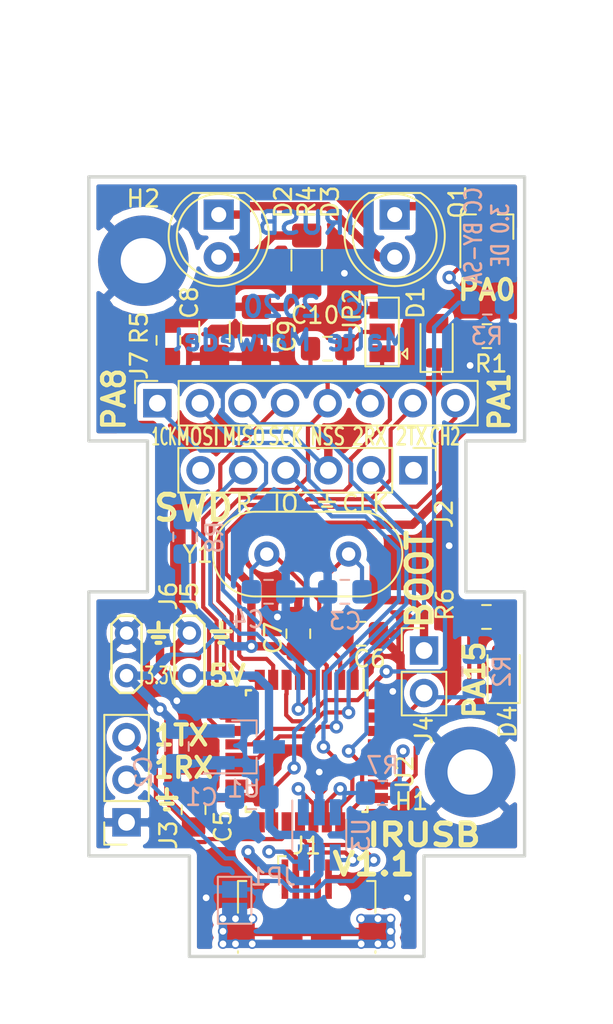
<source format=kicad_pcb>
(kicad_pcb (version 20171130) (host pcbnew 5.1.9+dfsg1-1)
  (title_block (title IRUSB) (date 2021-12-05) (rev 1.1.2) (company "(c) 2020 by Malte Marwedel") (comment 2 "License: CC-BY-SA 3.0 DE"))
  (layers (0 F.Cu signal) (31 B.Cu signal) (34 B.Paste user) (35 F.Paste user) (36 B.SilkS user) (37 F.SilkS user) (38 B.Mask user) (39 F.Mask user hide) (44 Edge.Cuts user))
  (net 0 "")
  (net 1 "Net-(R7-Pad1)")
  (net 2 "Net-(J1-Pad3)")
  (net 3 +3V3)
  (net 4 "Net-(J2-Pad5)")
  (net 5 "Net-(D1-Pad2)")
  (net 6 GND)
  (net 7 "Net-(J4-Pad2)")
  (net 8 "Net-(D2-Pad2)")
  (net 9 +5V)
  (net 10 "Net-(R6-Pad1)")
  (net 11 "Net-(D2-Pad1)")
  (net 12 "Net-(C3-Pad1)")
  (net 13 "Net-(C4-Pad1)")
  (net 14 /SPI1_NSS)
  (net 15 /SPI1_SCK)
  (net 16 /SPI1_MISO)
  (net 17 /SPI1_MOSI)
  (net 18 "Net-(U2-Pad15)")
  (net 19 "Net-(J1-Pad2)")
  (net 20 /SWDIO)
  (net 21 /SWCLK)
  (net 22 "Net-(U2-Pad27)")
  (net 23 "Net-(U2-Pad28)")
  (net 24 "Net-(U2-Pad29)")
  (net 25 "Net-(U2-Pad30)")
  (net 26 "Net-(J1-Pad6)")
  (net 27 "Net-(J1-Pad4)")
  (net 28 "Net-(J2-Pad1)")
  (net 29 "Net-(J2-Pad6)")
  (net 30 "Net-(C8-Pad1)")
  (net 31 "Net-(D4-Pad2)")
  (net 32 "Net-(D3-Pad1)")
  (net 33 /TIM2_CH1)
  (net 34 /TIM2_CH2)
  (net 35 /USART2_TX)
  (net 36 /USART2_RX)
  (net 37 /USART1_CK)
  (net 38 /USART1_TX)
  (net 39 /USART1_RX)
  (net 40 "Net-(U2-Pad14)")
  (net 41 "Net-(C10-Pad2)")
  (net 42 /USB_DP)
  (net 43 /USB_DM)
  (module Package_TO_SOT_SMD:SOT-23_Handsoldering (layer B.Cu) (at 146.25 89)
    (fp_text reference U1 (at 0 2.5) (layer B.SilkS) (effects (justify mirror)))
    (fp_text value MCP1754S-3302E_SOT23)
    (pad 1 smd rect (at -1.5 0.95) (size 1.9 0.8) (layers B.Cu B.Paste B.Mask) (net 6 GND))
    (pad 2 smd rect (at -1.5 -0.95) (size 1.9 0.8) (layers B.Cu B.Paste B.Mask) (net 3 +3V3))
    (pad 3 smd rect (at 1.5 0) (size 1.9 0.8) (layers B.Cu B.Paste B.Mask) (net 9 +5V))
  )
  (module MountingHole:MountingHole_2.7mm_M2.5_Pad (layer F.Cu) (at 140.25 60)
    (fp_text reference H2 (at 0 -3.7) (layer F.SilkS))
    (fp_text value MountingHole_Pad)
    (pad 1 thru_hole circle (at 0 0) (size 5.4 5.4) (drill 2.7) (layers *.Cu *.Mask) (net 6 GND))
  )
  (module MountingHole:MountingHole_2.7mm_M2.5_Pad (layer F.Cu) (at 159.75 90.5)
    (fp_text reference H1 (at -3.5 1.75) (layer F.SilkS))
    (fp_text value MountingHole_Pad)
    (pad 1 thru_hole circle (at 0 0) (size 5.4 5.4) (drill 2.7) (layers *.Cu *.Mask) (net 6 GND))
  )
  (module MalteM:USB_Micro-B_Amtek-MIUSB-F5M-BBX-U_Handsolder (layer F.Cu) (at 150 100)
    (fp_text reference J1 (at 0 -5.1) (layer F.SilkS))
    (fp_text value USB_B_Micro)
    (pad 6 smd rect (at 1.15 0.04) (size 1.8 1.9) (layers F.Cu F.Paste F.Mask) (net 26 "Net-(J1-Pad6)"))
    (pad "" np_thru_hole circle (at -1.9 -2.11) (size 0.8 0.8) (drill 0.8) (layers *.Cu *.Mask))
    (pad 2 smd rect (at -0.65 -3.11) (size 0.4 2.35) (layers F.Cu F.Paste F.Mask) (net 19 "Net-(J1-Pad2)"))
    (pad 1 smd rect (at -1.3 -3.11) (size 0.4 2.35) (layers F.Cu F.Paste F.Mask) (net 9 +5V))
    (pad 5 smd rect (at 1.3 -3.11) (size 0.4 2.35) (layers F.Cu F.Paste F.Mask) (net 6 GND))
    (pad 4 smd rect (at 0.65 -3.11) (size 0.4 2.35) (layers F.Cu F.Paste F.Mask) (net 27 "Net-(J1-Pad4)"))
    (pad 3 smd rect (at 0 -3.11) (size 0.4 2.35) (layers F.Cu F.Paste F.Mask) (net 2 "Net-(J1-Pad3)"))
    (pad "" np_thru_hole circle (at 1.9 -2.11) (size 0.8 0.8) (drill 0.8) (layers *.Cu *.Mask))
    (pad 6 smd rect (at -1.15 0.04) (size 1.8 1.9) (layers F.Cu F.Paste F.Mask) (net 26 "Net-(J1-Pad6)"))
    (pad 6 smd rect (at 4 0.04) (size 1.8 1.9) (layers F.Cu F.Mask) (net 26 "Net-(J1-Pad6)"))
    (pad 6 smd rect (at -4 0.04) (size 1.8 1.9) (layers F.Cu F.Mask) (net 26 "Net-(J1-Pad6)"))
  )
  (module Package_TO_SOT_SMD:SOT-23-6_Handsoldering (layer B.Cu) (at 150.75 94.25 270)
    (fp_text reference U3 (at 0 -2.5 270) (layer B.SilkS) (effects (justify mirror)))
    (fp_text value USBLC6-2SC6)
    (pad 1 smd rect (at -1.35 0.95 270) (size 1.56 0.65) (layers B.Cu B.Paste B.Mask) (net 43 /USB_DM))
    (pad 2 smd rect (at -1.35 0 270) (size 1.56 0.65) (layers B.Cu B.Paste B.Mask) (net 6 GND))
    (pad 3 smd rect (at -1.35 -0.95 270) (size 1.56 0.65) (layers B.Cu B.Paste B.Mask) (net 42 /USB_DP))
    (pad 4 smd rect (at 1.35 -0.95 270) (size 1.56 0.65) (layers B.Cu B.Paste B.Mask) (net 2 "Net-(J1-Pad3)"))
    (pad 6 smd rect (at 1.35 0.95 270) (size 1.56 0.65) (layers B.Cu B.Paste B.Mask) (net 19 "Net-(J1-Pad2)"))
    (pad 5 smd rect (at 1.35 0 270) (size 1.56 0.65) (layers B.Cu B.Paste B.Mask) (net 9 +5V))
  )
  (module Connector_PinHeader_2.54mm:PinHeader_1x02_P2.54mm_Vertical (layer F.Cu) (at 157 83.25)
    (fp_text reference J4 (at 0 4.75 90) (layer F.SilkS))
    (fp_text value Conn_01x02_Male)
    (pad 1 thru_hole rect (at 0 0) (size 1.7 1.7) (drill 1) (layers *.Cu *.Mask) (net 3 +3V3))
    (pad 2 thru_hole oval (at 0 2.54) (size 1.7 1.7) (drill 1) (layers *.Cu *.Mask) (net 7 "Net-(J4-Pad2)"))
  )
  (module TestPoint:TestPoint_2Pads_Pitch2.54mm_Drill0.8mm (layer F.Cu) (at 143 84.75 90)
    (fp_text reference J5 (at 4.75 0 90) (layer F.SilkS))
    (fp_text value Conn_01x02_Male)
    (pad 1 thru_hole circle (at 0 0 90) (size 1.4 1.4) (drill 0.8) (layers *.Cu *.Mask) (net 9 +5V))
    (pad 2 thru_hole circle (at 2.54 0 90) (size 1.4 1.4) (drill 0.8) (layers *.Cu *.Mask) (net 6 GND))
  )
  (module Connector_PinSocket_2.54mm:PinSocket_1x03_P2.54mm_Vertical (layer F.Cu) (at 139.25 93.5 180)
    (fp_text reference J3 (at -2.5 -0.75 270) (layer F.SilkS))
    (fp_text value Conn_01x03_Male)
    (pad 1 thru_hole rect (at 0 0 180) (size 1.7 1.7) (drill 1) (layers *.Cu *.Mask) (net 6 GND))
    (pad 2 thru_hole oval (at 0 2.54 180) (size 1.7 1.7) (drill 1) (layers *.Cu *.Mask) (net 39 /USART1_RX))
    (pad 3 thru_hole oval (at 0 5.08 180) (size 1.7 1.7) (drill 1) (layers *.Cu *.Mask) (net 38 /USART1_TX))
  )
  (module Connector_PinSocket_2.54mm:PinSocket_1x08_P2.54mm_Vertical (layer F.Cu) (at 141.09 68.5 90)
    (fp_text reference J7 (at 2.25 -1.09 90) (layer F.SilkS))
    (fp_text value Conn_01x08_Male)
    (pad 1 thru_hole rect (at 0 0 90) (size 1.7 1.7) (drill 1) (layers *.Cu *.Mask) (net 37 /USART1_CK))
    (pad 2 thru_hole oval (at 0 2.54 90) (size 1.7 1.7) (drill 1) (layers *.Cu *.Mask) (net 17 /SPI1_MOSI))
    (pad 3 thru_hole oval (at 0 5.08 90) (size 1.7 1.7) (drill 1) (layers *.Cu *.Mask) (net 16 /SPI1_MISO))
    (pad 4 thru_hole oval (at 0 7.62 90) (size 1.7 1.7) (drill 1) (layers *.Cu *.Mask) (net 15 /SPI1_SCK))
    (pad 5 thru_hole oval (at 0 10.16 90) (size 1.7 1.7) (drill 1) (layers *.Cu *.Mask) (net 14 /SPI1_NSS))
    (pad 6 thru_hole oval (at 0 12.7 90) (size 1.7 1.7) (drill 1) (layers *.Cu *.Mask) (net 41 "Net-(C10-Pad2)"))
    (pad 7 thru_hole oval (at 0 15.24 90) (size 1.7 1.7) (drill 1) (layers *.Cu *.Mask) (net 35 /USART2_TX))
    (pad 8 thru_hole oval (at 0 17.78 90) (size 1.7 1.7) (drill 1) (layers *.Cu *.Mask) (net 34 /TIM2_CH2))
  )
  (module TestPoint:TestPoint_2Pads_Pitch2.54mm_Drill0.8mm (layer F.Cu) (at 139.25 84.75 90)
    (fp_text reference J6 (at 4.75 2.5 90) (layer F.SilkS))
    (fp_text value Conn_01x02_Male)
    (pad 1 thru_hole circle (at 0 0 90) (size 1.4 1.4) (drill 0.8) (layers *.Cu *.Mask) (net 3 +3V3))
    (pad 2 thru_hole circle (at 2.54 0 90) (size 1.4 1.4) (drill 0.8) (layers *.Cu *.Mask) (net 6 GND))
  )
  (module Jumper:SolderJumper-3_P1.3mm_Open_Pad1.0x1.5mm (layer F.Cu) (at 154.5 64.25 90)
    (fp_text reference JP2 (at 1.25 -1.8 90) (layer F.SilkS))
    (fp_text value SolderJumper_3_Open)
    (pad 3 smd rect (at 1.3 0 90) (size 1 1.5) (layers F.Cu F.Mask) (net 6 GND))
    (pad 2 smd rect (at 0 0 90) (size 1 1.5) (layers F.Cu F.Mask) (net 41 "Net-(C10-Pad2)"))
    (pad 1 smd rect (at -1.3 0 90) (size 1 1.5) (layers F.Cu F.Mask) (net 36 /USART2_RX))
  )
  (module Capacitor_SMD:C_0805_2012Metric_Pad1.15x1.40mm_HandSolder (layer F.Cu) (at 151.25 65.25)
    (fp_text reference C10 (at -0.75 -2 180) (layer F.SilkS))
    (fp_text value 4.7µF)
    (pad 1 smd roundrect (at -1.025 0) (size 1.15 1.4) (layers F.Cu F.Paste F.Mask) (roundrect_rratio 0.217391) (net 14 /SPI1_NSS))
    (pad 2 smd roundrect (at 1.025 0) (size 1.15 1.4) (layers F.Cu F.Paste F.Mask) (roundrect_rratio 0.217391) (net 41 "Net-(C10-Pad2)"))
  )
  (module Crystal:Crystal_HC49-U_Vertical (layer F.Cu) (at 152.5 77.5 180)
    (fp_text reference Y1 (at 9 0 180) (layer F.SilkS))
    (fp_text value 8MHz)
    (pad 1 thru_hole circle (at 0 0 180) (size 1.5 1.5) (drill 0.8) (layers *.Cu *.Mask) (net 12 "Net-(C3-Pad1)"))
    (pad 2 thru_hole circle (at 4.88 0 180) (size 1.5 1.5) (drill 0.8) (layers *.Cu *.Mask) (net 13 "Net-(C4-Pad1)"))
  )
  (module LED_SMD:LED_0805_2012Metric_Pad1.15x1.40mm_HandSolder (layer F.Cu) (at 161.75 84.525 90)
    (fp_text reference D4 (at -2.975 0.25 90) (layer F.SilkS))
    (fp_text value LED-red)
    (pad 1 smd roundrect (at -1.025 0 90) (size 1.15 1.4) (layers F.Cu F.Paste F.Mask) (roundrect_rratio 0.217391) (net 6 GND))
    (pad 2 smd roundrect (at 1.025 0 90) (size 1.15 1.4) (layers F.Cu F.Paste F.Mask) (roundrect_rratio 0.217391) (net 31 "Net-(D4-Pad2)"))
  )
  (module LED_THT:LED_D5.0mm_IRGrey (layer F.Cu) (at 155.25 57.25 270)
    (fp_text reference D3 (at -0.75 3.85 270) (layer F.SilkS))
    (fp_text value TSUS2540)
    (pad 1 thru_hole rect (at 0 0 270) (size 1.8 1.8) (drill 0.9) (layers *.Cu *.Mask) (net 32 "Net-(D3-Pad1)"))
    (pad 2 thru_hole circle (at 2.54 0 270) (size 1.8 1.8) (drill 0.9) (layers *.Cu *.Mask) (net 11 "Net-(D2-Pad1)"))
  )
  (module Resistor_SMD:R_1206_3216Metric_Pad1.42x1.75mm_HandSolder (layer F.Cu) (at 150 59.9875 90)
    (fp_text reference R4 (at 3.4875 0 90) (layer F.SilkS))
    (fp_text value 18Ω)
    (pad 1 smd roundrect (at -1.4875 0 90) (size 1.425 1.75) (layers F.Cu F.Paste F.Mask) (roundrect_rratio 0.175439) (net 30 "Net-(C8-Pad1)"))
    (pad 2 smd roundrect (at 1.4875 0 90) (size 1.425 1.75) (layers F.Cu F.Paste F.Mask) (roundrect_rratio 0.175439) (net 8 "Net-(D2-Pad2)"))
  )
  (module Capacitor_SMD:C_0805_2012Metric_Pad1.15x1.40mm_HandSolder (layer B.Cu) (at 142.25 88.975 270)
    (fp_text reference C2 (at 1.525 2 270) (layer B.SilkS) (effects (justify mirror)))
    (fp_text value 10µF)
    (pad 1 smd roundrect (at -1.025 0 270) (size 1.15 1.4) (layers B.Cu B.Paste B.Mask) (roundrect_rratio 0.217391) (net 3 +3V3))
    (pad 2 smd roundrect (at 1.025 0 270) (size 1.15 1.4) (layers B.Cu B.Paste B.Mask) (roundrect_rratio 0.217391) (net 6 GND))
  )
  (module Capacitor_SMD:C_0805_2012Metric_Pad1.15x1.40mm_HandSolder (layer B.Cu) (at 152.275 79.75 180)
    (fp_text reference C3 (at -0.025 -1.75 180) (layer B.SilkS) (effects (justify mirror)))
    (fp_text value 22pF)
    (pad 1 smd roundrect (at -1.025 0 180) (size 1.15 1.4) (layers B.Cu B.Paste B.Mask) (roundrect_rratio 0.217391) (net 12 "Net-(C3-Pad1)"))
    (pad 2 smd roundrect (at 1.025 0 180) (size 1.15 1.4) (layers B.Cu B.Paste B.Mask) (roundrect_rratio 0.217391) (net 6 GND))
  )
  (module Capacitor_SMD:C_0805_2012Metric_Pad1.15x1.40mm_HandSolder (layer B.Cu) (at 147.725 79.75)
    (fp_text reference C4 (at -1.225 1.65) (layer B.SilkS) (effects (justify mirror)))
    (fp_text value 22pF)
    (pad 2 smd roundrect (at 1.025 0) (size 1.15 1.4) (layers B.Cu B.Paste B.Mask) (roundrect_rratio 0.217391) (net 6 GND))
    (pad 1 smd roundrect (at -1.025 0) (size 1.15 1.4) (layers B.Cu B.Paste B.Mask) (roundrect_rratio 0.217391) (net 13 "Net-(C4-Pad1)"))
  )
  (module Capacitor_SMD:C_0805_2012Metric_Pad1.15x1.40mm_HandSolder (layer F.Cu) (at 143.25 92.75 270)
    (fp_text reference C5 (at 1 -1.75 270) (layer F.SilkS))
    (fp_text value 100nF)
    (pad 2 smd roundrect (at 1.025 0 270) (size 1.15 1.4) (layers F.Cu F.Paste F.Mask) (roundrect_rratio 0.217391) (net 3 +3V3))
    (pad 1 smd roundrect (at -1.025 0 270) (size 1.15 1.4) (layers F.Cu F.Paste F.Mask) (roundrect_rratio 0.217391) (net 6 GND))
  )
  (module Capacitor_SMD:C_0805_2012Metric_Pad1.15x1.40mm_HandSolder (layer F.Cu) (at 153.25 82.25 180)
    (fp_text reference C6 (at -0.5 -1.5 180) (layer F.SilkS))
    (fp_text value 100nF)
    (pad 1 smd roundrect (at -1.025 0 180) (size 1.15 1.4) (layers F.Cu F.Paste F.Mask) (roundrect_rratio 0.217391) (net 6 GND))
    (pad 2 smd roundrect (at 1.025 0 180) (size 1.15 1.4) (layers F.Cu F.Paste F.Mask) (roundrect_rratio 0.217391) (net 3 +3V3))
  )
  (module Capacitor_SMD:C_0805_2012Metric_Pad1.15x1.40mm_HandSolder (layer F.Cu) (at 149.5 82.25 270)
    (fp_text reference C7 (at 0.25 1.5 270) (layer F.SilkS))
    (fp_text value 100nF)
    (pad 2 smd roundrect (at 1.025 0 270) (size 1.15 1.4) (layers F.Cu F.Paste F.Mask) (roundrect_rratio 0.217391) (net 3 +3V3))
    (pad 1 smd roundrect (at -1.025 0 270) (size 1.15 1.4) (layers F.Cu F.Paste F.Mask) (roundrect_rratio 0.217391) (net 6 GND))
  )
  (module Capacitor_SMD:C_0805_2012Metric_Pad1.15x1.40mm_HandSolder (layer B.Cu) (at 146.725 92 180)
    (fp_text reference C1 (at 3 0 180) (layer B.SilkS) (effects (justify mirror)))
    (fp_text value 10µF)
    (pad 1 smd roundrect (at -1.025 0 180) (size 1.15 1.4) (layers B.Cu B.Paste B.Mask) (roundrect_rratio 0.217391) (net 9 +5V))
    (pad 2 smd roundrect (at 1.025 0 180) (size 1.15 1.4) (layers B.Cu B.Paste B.Mask) (roundrect_rratio 0.217391) (net 6 GND))
  )
  (module Capacitor_SMD:C_1206_3216Metric_Pad1.42x1.75mm_HandSolder (layer F.Cu) (at 144.5 64.2375 270)
    (fp_text reference C8 (at -1.7375 1.5 90) (layer F.SilkS))
    (fp_text value 22µF)
    (pad 1 smd roundrect (at -1.4875 0 270) (size 1.425 1.75) (layers F.Cu F.Paste F.Mask) (roundrect_rratio 0.175439) (net 30 "Net-(C8-Pad1)"))
    (pad 2 smd roundrect (at 1.4875 0 270) (size 1.425 1.75) (layers F.Cu F.Paste F.Mask) (roundrect_rratio 0.175439) (net 6 GND))
  )
  (module Capacitor_SMD:C_1206_3216Metric_Pad1.42x1.75mm_HandSolder (layer F.Cu) (at 147 64.25 270)
    (fp_text reference C9 (at 0.25 -1.82 270) (layer F.SilkS))
    (fp_text value 22µF)
    (pad 2 smd roundrect (at 1.4875 0 270) (size 1.425 1.75) (layers F.Cu F.Paste F.Mask) (roundrect_rratio 0.175439) (net 6 GND))
    (pad 1 smd roundrect (at -1.4875 0 270) (size 1.425 1.75) (layers F.Cu F.Paste F.Mask) (roundrect_rratio 0.175439) (net 30 "Net-(C8-Pad1)"))
  )
  (module Connector_PinHeader_2.54mm:PinHeader_1x06_P2.54mm_Vertical (layer F.Cu) (at 156.37 72.5 270)
    (fp_text reference J2 (at 2.6 -1.83 270) (layer F.SilkS))
    (fp_text value Conn_01x06_Male)
    (pad 1 thru_hole rect (at 0 0 270) (size 1.7 1.7) (drill 1) (layers *.Cu *.Mask) (net 28 "Net-(J2-Pad1)"))
    (pad 2 thru_hole oval (at 0 2.54 270) (size 1.7 1.7) (drill 1) (layers *.Cu *.Mask) (net 21 /SWCLK))
    (pad 3 thru_hole oval (at 0 5.08 270) (size 1.7 1.7) (drill 1) (layers *.Cu *.Mask) (net 6 GND))
    (pad 4 thru_hole oval (at 0 7.62 270) (size 1.7 1.7) (drill 1) (layers *.Cu *.Mask) (net 20 /SWDIO))
    (pad 5 thru_hole oval (at 0 10.16 270) (size 1.7 1.7) (drill 1) (layers *.Cu *.Mask) (net 4 "Net-(J2-Pad5)"))
    (pad 6 thru_hole oval (at 0 12.7 270) (size 1.7 1.7) (drill 1) (layers *.Cu *.Mask) (net 29 "Net-(J2-Pad6)"))
  )
  (module Jumper:SolderJumper-2_P1.3mm_Open_Pad1.0x1.5mm (layer B.Cu) (at 145.7 98.15 90)
    (fp_text reference JP1 (at 1.4 2.3 180) (layer B.SilkS) (effects (justify mirror)))
    (fp_text value SolderJumper_2_Open)
    (pad 2 smd rect (at 0.65 0 90) (size 1 1.5) (layers B.Cu B.Mask) (net 6 GND))
    (pad 1 smd rect (at -0.65 0 90) (size 1 1.5) (layers B.Cu B.Mask) (net 26 "Net-(J1-Pad6)"))
  )
  (module LED_SMD:LED_0805_2012Metric_Pad1.15x1.40mm_HandSolder (layer F.Cu) (at 157.75 64.775 90)
    (fp_text reference D1 (at 2.275 -1.25 90) (layer F.SilkS))
    (fp_text value LED-green)
    (pad 1 smd roundrect (at -1.025 0 90) (size 1.15 1.4) (layers F.Cu F.Paste F.Mask) (roundrect_rratio 0.217391) (net 6 GND))
    (pad 2 smd roundrect (at 1.025 0 90) (size 1.15 1.4) (layers F.Cu F.Paste F.Mask) (roundrect_rratio 0.217391) (net 5 "Net-(D1-Pad2)"))
  )
  (module LED_THT:LED_D5.0mm_IRGrey (layer F.Cu) (at 144.75 57.25 270)
    (fp_text reference D2 (at -0.75 -3.85 270) (layer F.SilkS))
    (fp_text value TSUS2540)
    (pad 1 thru_hole rect (at 0 0 270) (size 1.8 1.8) (drill 0.9) (layers *.Cu *.Mask) (net 11 "Net-(D2-Pad1)"))
    (pad 2 thru_hole circle (at 2.54 0 270) (size 1.8 1.8) (drill 0.9) (layers *.Cu *.Mask) (net 8 "Net-(D2-Pad2)"))
  )
  (module Package_QFP:LQFP-32_7x7mm_P0.8mm (layer F.Cu) (at 150 89.25 270)
    (fp_text reference U2 (at 1.25 -5.85 270) (layer F.SilkS))
    (fp_text value STM32F042K6Tx)
    (pad 1 smd rect (at -4.25 -2.8 270) (size 1.2 0.6) (layers F.Cu F.Paste F.Mask) (net 3 +3V3))
    (pad 2 smd rect (at -4.25 -2 270) (size 1.2 0.6) (layers F.Cu F.Paste F.Mask) (net 12 "Net-(C3-Pad1)"))
    (pad 3 smd rect (at -4.25 -1.2 270) (size 1.2 0.6) (layers F.Cu F.Paste F.Mask) (net 13 "Net-(C4-Pad1)"))
    (pad 4 smd rect (at -4.25 -0.4 270) (size 1.2 0.6) (layers F.Cu F.Paste F.Mask) (net 4 "Net-(J2-Pad5)"))
    (pad 5 smd rect (at -4.25 0.4 270) (size 1.2 0.6) (layers F.Cu F.Paste F.Mask) (net 3 +3V3))
    (pad 6 smd rect (at -4.25 1.2 270) (size 1.2 0.6) (layers F.Cu F.Paste F.Mask) (net 33 /TIM2_CH1))
    (pad 7 smd rect (at -4.25 2 270) (size 1.2 0.6) (layers F.Cu F.Paste F.Mask) (net 34 /TIM2_CH2))
    (pad 8 smd rect (at -4.25 2.8 270) (size 1.2 0.6) (layers F.Cu F.Paste F.Mask) (net 35 /USART2_TX))
    (pad 9 smd rect (at -2.8 4.25) (size 1.2 0.6) (layers F.Cu F.Paste F.Mask) (net 36 /USART2_RX))
    (pad 10 smd rect (at -2 4.25) (size 1.2 0.6) (layers F.Cu F.Paste F.Mask) (net 14 /SPI1_NSS))
    (pad 11 smd rect (at -1.2 4.25) (size 1.2 0.6) (layers F.Cu F.Paste F.Mask) (net 15 /SPI1_SCK))
    (pad 12 smd rect (at -0.4 4.25) (size 1.2 0.6) (layers F.Cu F.Paste F.Mask) (net 16 /SPI1_MISO))
    (pad 13 smd rect (at 0.4 4.25) (size 1.2 0.6) (layers F.Cu F.Paste F.Mask) (net 17 /SPI1_MOSI))
    (pad 14 smd rect (at 1.2 4.25) (size 1.2 0.6) (layers F.Cu F.Paste F.Mask) (net 40 "Net-(U2-Pad14)"))
    (pad 15 smd rect (at 2 4.25) (size 1.2 0.6) (layers F.Cu F.Paste F.Mask) (net 18 "Net-(U2-Pad15)"))
    (pad 16 smd rect (at 2.8 4.25) (size 1.2 0.6) (layers F.Cu F.Paste F.Mask) (net 6 GND))
    (pad 17 smd rect (at 4.25 2.8 270) (size 1.2 0.6) (layers F.Cu F.Paste F.Mask) (net 3 +3V3))
    (pad 18 smd rect (at 4.25 2 270) (size 1.2 0.6) (layers F.Cu F.Paste F.Mask) (net 37 /USART1_CK))
    (pad 19 smd rect (at 4.25 1.2 270) (size 1.2 0.6) (layers F.Cu F.Paste F.Mask) (net 38 /USART1_TX))
    (pad 20 smd rect (at 4.25 0.4 270) (size 1.2 0.6) (layers F.Cu F.Paste F.Mask) (net 39 /USART1_RX))
    (pad 21 smd rect (at 4.25 -0.4 270) (size 1.2 0.6) (layers F.Cu F.Paste F.Mask) (net 43 /USB_DM))
    (pad 22 smd rect (at 4.25 -1.2 270) (size 1.2 0.6) (layers F.Cu F.Paste F.Mask) (net 42 /USB_DP))
    (pad 23 smd rect (at 4.25 -2 270) (size 1.2 0.6) (layers F.Cu F.Paste F.Mask) (net 20 /SWDIO))
    (pad 24 smd rect (at 4.25 -2.8 270) (size 1.2 0.6) (layers F.Cu F.Paste F.Mask) (net 21 /SWCLK))
    (pad 25 smd rect (at 2.8 -4.25) (size 1.2 0.6) (layers F.Cu F.Paste F.Mask) (net 10 "Net-(R6-Pad1)"))
    (pad 26 smd rect (at 2 -4.25) (size 1.2 0.6) (layers F.Cu F.Paste F.Mask) (net 1 "Net-(R7-Pad1)"))
    (pad 27 smd rect (at 1.2 -4.25) (size 1.2 0.6) (layers F.Cu F.Paste F.Mask) (net 22 "Net-(U2-Pad27)"))
    (pad 28 smd rect (at 0.4 -4.25) (size 1.2 0.6) (layers F.Cu F.Paste F.Mask) (net 23 "Net-(U2-Pad28)"))
    (pad 29 smd rect (at -0.4 -4.25) (size 1.2 0.6) (layers F.Cu F.Paste F.Mask) (net 24 "Net-(U2-Pad29)"))
    (pad 30 smd rect (at -1.2 -4.25) (size 1.2 0.6) (layers F.Cu F.Paste F.Mask) (net 25 "Net-(U2-Pad30)"))
    (pad 31 smd rect (at -2 -4.25) (size 1.2 0.6) (layers F.Cu F.Paste F.Mask) (net 7 "Net-(J4-Pad2)"))
    (pad 32 smd rect (at -2.8 -4.25) (size 1.2 0.6) (layers F.Cu F.Paste F.Mask) (net 6 GND))
  )
  (module Package_TO_SOT_SMD:SOT-23_Handsoldering (layer F.Cu) (at 160.75 58 90)
    (fp_text reference Q1 (at 1.5 -1.75 90) (layer F.SilkS))
    (fp_text value IRLML6344)
    (pad 1 smd rect (at -1.5 -0.95 90) (size 1.9 0.8) (layers F.Cu F.Paste F.Mask) (net 33 /TIM2_CH1))
    (pad 2 smd rect (at -1.5 0.95 90) (size 1.9 0.8) (layers F.Cu F.Paste F.Mask) (net 6 GND))
    (pad 3 smd rect (at 1.5 0 90) (size 1.9 0.8) (layers F.Cu F.Paste F.Mask) (net 32 "Net-(D3-Pad1)"))
  )
  (module Resistor_SMD:R_0805_2012Metric_Pad1.15x1.40mm_HandSolder (layer F.Cu) (at 160.725 81.25)
    (fp_text reference R6 (at -2.475 -0.75 90) (layer F.SilkS))
    (fp_text value 1kΩ)
    (pad 2 smd roundrect (at 1.025 0) (size 1.15 1.4) (layers F.Cu F.Paste F.Mask) (roundrect_rratio 0.217391) (net 31 "Net-(D4-Pad2)"))
    (pad 1 smd roundrect (at -1.025 0) (size 1.15 1.4) (layers F.Cu F.Paste F.Mask) (roundrect_rratio 0.217391) (net 10 "Net-(R6-Pad1)"))
  )
  (module Resistor_SMD:R_0805_2012Metric_Pad1.15x1.40mm_HandSolder (layer F.Cu) (at 141.75 64.75 90)
    (fp_text reference R5 (at 0.75 -1.75 90) (layer F.SilkS))
    (fp_text value 3.3Ω)
    (pad 1 smd roundrect (at -1.025 0 90) (size 1.15 1.4) (layers F.Cu F.Paste F.Mask) (roundrect_rratio 0.217391) (net 9 +5V))
    (pad 2 smd roundrect (at 1.025 0 90) (size 1.15 1.4) (layers F.Cu F.Paste F.Mask) (roundrect_rratio 0.217391) (net 30 "Net-(C8-Pad1)"))
  )
  (module Resistor_SMD:R_0805_2012Metric_Pad1.15x1.40mm_HandSolder (layer B.Cu) (at 160.775 62.5)
    (fp_text reference R3 (at -0.025 2) (layer B.SilkS) (effects (justify mirror)))
    (fp_text value 100kΩ)
    (pad 1 smd roundrect (at -1.025 0) (size 1.15 1.4) (layers B.Cu B.Paste B.Mask) (roundrect_rratio 0.217391) (net 33 /TIM2_CH1))
    (pad 2 smd roundrect (at 1.025 0) (size 1.15 1.4) (layers B.Cu B.Paste B.Mask) (roundrect_rratio 0.217391) (net 6 GND))
  )
  (module Resistor_SMD:R_0805_2012Metric_Pad1.15x1.40mm_HandSolder (layer B.Cu) (at 160 84.5 90)
    (fp_text reference R2 (at 0 1.65 90) (layer B.SilkS) (effects (justify mirror)))
    (fp_text value 10kΩ)
    (pad 2 smd roundrect (at 1.025 0 90) (size 1.15 1.4) (layers B.Cu B.Paste B.Mask) (roundrect_rratio 0.217391) (net 6 GND))
    (pad 1 smd roundrect (at -1.025 0 90) (size 1.15 1.4) (layers B.Cu B.Paste B.Mask) (roundrect_rratio 0.217391) (net 7 "Net-(J4-Pad2)"))
  )
  (module Resistor_SMD:R_0805_2012Metric_Pad1.15x1.40mm_HandSolder (layer F.Cu) (at 160.75 64.5 180)
    (fp_text reference R1 (at -0.25 -1.65 180) (layer F.SilkS))
    (fp_text value 1kΩ)
    (pad 1 smd roundrect (at -1.025 0 180) (size 1.15 1.4) (layers F.Cu F.Paste F.Mask) (roundrect_rratio 0.217391) (net 3 +3V3))
    (pad 2 smd roundrect (at 1.025 0 180) (size 1.15 1.4) (layers F.Cu F.Paste F.Mask) (roundrect_rratio 0.217391) (net 5 "Net-(D1-Pad2)"))
  )
  (module Resistor_SMD:R_0805_2012Metric_Pad1.15x1.40mm_HandSolder (layer B.Cu) (at 142.75 76.475 270)
    (fp_text reference R8 (at 0.025 -1.75 270) (layer B.SilkS) (effects (justify mirror)))
    (fp_text value 10kΩ)
    (pad 2 smd roundrect (at 1.025 0 270) (size 1.15 1.4) (layers B.Cu B.Paste B.Mask) (roundrect_rratio 0.217391) (net 3 +3V3))
    (pad 1 smd roundrect (at -1.025 0 270) (size 1.15 1.4) (layers B.Cu B.Paste B.Mask) (roundrect_rratio 0.217391) (net 4 "Net-(J2-Pad5)"))
  )
  (module Resistor_SMD:R_0805_2012Metric_Pad1.15x1.40mm_HandSolder (layer B.Cu) (at 154.525 91.75 180)
    (fp_text reference R7 (at 0 1.65 180) (layer B.SilkS) (effects (justify mirror)))
    (fp_text value 1.5kΩ)
    (pad 2 smd roundrect (at 1.025 0 180) (size 1.15 1.4) (layers B.Cu B.Paste B.Mask) (roundrect_rratio 0.217391) (net 42 /USB_DP))
    (pad 1 smd roundrect (at -1.025 0 180) (size 1.15 1.4) (layers B.Cu B.Paste B.Mask) (roundrect_rratio 0.217391) (net 1 "Net-(R7-Pad1)"))
  )
  (gr_text "CC BY-SA\n3.0 DE" (at 160.75 58.5 90) (layer B.SilkS) (effects (font (size 1 0.75)) (justify mirror)))
  (gr_text 1CK (at 141.5 70.5) (layer F.SilkS) (effects (font (size 1 0.5) (thickness 0.125))))
  (gr_text CH2 (at 158.25 70.5) (layer F.SilkS) (effects (font (size 1 0.6))))
  (gr_text 2RX (at 153.75 70.5) (layer F.SilkS) (effects (font (size 1 0.7))))
  (gr_text 2TX (at 156.25 70.5) (layer F.SilkS) (effects (font (size 1 0.7))))
  (gr_text NSS (at 151.25 70.5) (layer F.SilkS) (effects (font (size 1 0.7))))
  (gr_text SCK (at 148.75 70.5) (layer F.SilkS) (effects (font (size 1 0.7))))
  (gr_text MISO (at 146.25 70.5) (layer F.SilkS) (effects (font (size 1 0.7))))
  (gr_text MOSI (at 143.5 70.5) (layer F.SilkS) (effects (font (size 1 0.7))))
  (gr_text CLK (at 153.5 74.5) (layer F.SilkS) (effects (font (size 1 1))))
  (gr_text IO (at 148.75 74.5) (layer F.SilkS) (effects (font (size 1 1))))
  (gr_text "⏚\n" (at 150.5 74.5) (layer F.SilkS) (effects (font (size 1 1)) (justify left)))
  (gr_text 3.3V (at 140.25 84.75) (layer F.SilkS) (effects (font (size 1 0.6) (thickness 0.125)) (justify left)))
  (gr_text "⏚\n" (at 144 82.25) (layer F.SilkS) (effects (font (size 1.2 1.2) (thickness 0.25)) (justify left)))
  (gr_text PA15 (at 160 85 90) (layer F.SilkS) (effects (font (size 1.2 1.2) (thickness 0.25))))
  (gr_text PA0 (at 160.75 61.75) (layer F.SilkS) (effects (font (size 1.2 1.2) (thickness 0.25))))
  (gr_text PA1 (at 161.5 70.25 90) (layer F.SilkS) (effects (font (size 1.2 1.2) (thickness 0.25)) (justify left)))
  (gr_text PA8 (at 138.5 70.25 90) (layer F.SilkS) (effects (font (size 1.3 1.3) (thickness 0.25)) (justify left)))
  (gr_text R (at 146.25 74.5) (layer F.SilkS) (effects (font (size 1 1))))
  (gr_text V1.1 (at 154 96) (layer F.SilkS) (effects (font (size 1.3 1.5) (thickness 0.3))))
  (gr_text 5V (at 144 84.75) (layer F.SilkS) (effects (font (size 1.2 1.2) (thickness 0.25)) (justify left)))
  (gr_text "⏚\n" (at 140.25 82.25) (layer F.SilkS) (effects (font (size 1.2 1.2) (thickness 0.25)) (justify left)))
  (gr_text SWD (at 143.25 74.75) (layer F.SilkS) (effects (font (size 1.5 1.5) (thickness 0.3))))
  (gr_text "1TX\n1RX\n⏚" (at 140.75 90.25) (layer F.SilkS) (effects (font (size 1.2 1.2) (thickness 0.25)) (justify left)))
  (gr_text BOOT (at 156.75 79 90) (layer F.SilkS) (effects (font (size 1.5 1.5) (thickness 0.3))))
  (gr_text "Malte Marwedel" (at 149 64.75) (layer B.Cu) (effects (font (size 1.2 1.2) (thickness 0.25)) (justify mirror)))
  (gr_text "© 2020" (at 150 62.75) (layer B.Cu) (effects (font (size 1.2 1.2) (thickness 0.25)) (justify mirror)))
  (gr_text IRUSB (at 150 57.75) (layer B.Cu) (effects (font (size 1.3 1.3) (thickness 0.25)) (justify mirror)))
  (gr_text IRUSB (at 157 94.25) (layer F.SilkS) (effects (font (size 1.3 1.5) (thickness 0.3))))
  (gr_line (start 163 55) (end 163 70.75) (layer Edge.Cuts) (width 0.2))
  (gr_line (start 163 79.75) (end 159.5 79.75) (layer Edge.Cuts) (width 0.2))
  (gr_line (start 159.5 70.75) (end 159.5 79.75) (layer Edge.Cuts) (width 0.2))
  (gr_line (start 159.5 70.75) (end 163 70.75) (layer Edge.Cuts) (width 0.2))
  (gr_line (start 137 70.75) (end 137 55) (layer Edge.Cuts) (width 0.2))
  (gr_line (start 140.5 79.75) (end 137 79.75) (layer Edge.Cuts) (width 0.2))
  (gr_line (start 140.5 70.75) (end 140.5 79.75) (layer Edge.Cuts) (width 0.2))
  (gr_line (start 137 70.75) (end 140.5 70.75) (layer Edge.Cuts) (width 0.2))
  (gr_line (start 137 95.5) (end 137 79.75) (layer Edge.Cuts) (width 0.2))
  (gr_line (start 143 95.5) (end 137 95.5) (layer Edge.Cuts) (width 0.2))
  (gr_line (start 143 101.5) (end 143 95.5) (layer Edge.Cuts) (width 0.2))
  (gr_line (start 143 101.5) (end 157 101.5) (layer Edge.Cuts) (width 0.2))
  (gr_line (start 157 95.5) (end 157 101.5) (layer Edge.Cuts) (width 0.2))
  (gr_line (start 163 95.5) (end 157 95.5) (layer Edge.Cuts) (width 0.2))
  (gr_line (start 163 79.75) (end 163 95.5) (layer Edge.Cuts) (width 0.2))
  (gr_line (start 137 55) (end 163 55) (layer Edge.Cuts) (width 0.2))
  (via (at 155.75 89.25) (size 0.8) (drill 0.4) (layers F.Cu B.Cu) (net 1))
  (segment (start 155.1 91.25) (end 154.25 91.25) (width 0.25) (layer F.Cu) (net 1))
  (segment (start 155.75 90.6) (end 155.1 91.25) (width 0.25) (layer F.Cu) (net 1))
  (segment (start 155.75 89.25) (end 155.75 90.6) (width 0.25) (layer F.Cu) (net 1))
  (segment (start 155.55 91.75) (end 155.55 89.45) (width 0.25) (layer B.Cu) (net 1))
  (segment (start 155.55 89.45) (end 155.75 89.25) (width 0.25) (layer B.Cu) (net 1))
  (via (at 152.75 95.75) (size 0.8) (drill 0.4) (layers F.Cu B.Cu) (net 2))
  (segment (start 150 97.39) (end 150 96.465) (width 0.25) (layer F.Cu) (net 2))
  (segment (start 150 95.579998) (end 150.279998 95.3) (width 0.25) (layer F.Cu) (net 2))
  (segment (start 150 96.89) (end 150 95.579998) (width 0.25) (layer F.Cu) (net 2))
  (segment (start 152.3 95.3) (end 152.75 95.75) (width 0.25) (layer F.Cu) (net 2))
  (segment (start 150.279998 95.3) (end 152.3 95.3) (width 0.25) (layer F.Cu) (net 2))
  (segment (start 151.8 95.75) (end 151.7 95.85) (width 0.25) (layer B.Cu) (net 2))
  (segment (start 152.75 95.75) (end 151.8 95.75) (width 0.25) (layer B.Cu) (net 2))
  (segment (start 152.8 85) (end 152.8 83.3) (width 0.5) (layer F.Cu) (net 3))
  (segment (start 152.225 82.725) (end 152.225 82.25) (width 0.5) (layer F.Cu) (net 3))
  (segment (start 152.8 83.3) (end 152.225 82.725) (width 0.5) (layer F.Cu) (net 3))
  (segment (start 143.525 93.5) (end 143.25 93.775) (width 0.5) (layer F.Cu) (net 3))
  (segment (start 147.2 93.5) (end 143.525 93.5) (width 0.5) (layer F.Cu) (net 3))
  (segment (start 139.25 84.75) (end 140.6 84.75) (width 0.5) (layer B.Cu) (net 3))
  (segment (start 140.6 84.75) (end 141.699999 83.650001) (width 0.5) (layer B.Cu) (net 3))
  (segment (start 141.85 83.5) (end 143.5 83.5) (width 0.25) (layer B.Cu) (net 3))
  (segment (start 141.699999 83.650001) (end 141.85 83.5) (width 0.25) (layer B.Cu) (net 3))
  (segment (start 143.5 83.5) (end 144.75 82.25) (width 0.25) (layer B.Cu) (net 3))
  (segment (start 149.6 83.375) (end 149.5 83.275) (width 0.5) (layer F.Cu) (net 3))
  (segment (start 149.6 85) (end 149.6 83.375) (width 0.5) (layer F.Cu) (net 3))
  (segment (start 152.848372 81.626628) (end 152.225 82.25) (width 0.5) (layer F.Cu) (net 3))
  (segment (start 154 80.475) (end 152.848372 81.626628) (width 0.5) (layer F.Cu) (net 3))
  (segment (start 153.000002 75.750002) (end 154 76.75) (width 0.5) (layer F.Cu) (net 3))
  (segment (start 154 76.75) (end 154 79) (width 0.5) (layer F.Cu) (net 3))
  (segment (start 154 79) (end 154 80.475) (width 0.5) (layer F.Cu) (net 3))
  (segment (start 145.5 83) (end 146.134388 83) (width 0.5) (layer B.Cu) (net 3))
  (segment (start 146.499998 75.750002) (end 145.75 76.5) (width 0.5) (layer F.Cu) (net 3))
  (segment (start 146.700073 79.375063) (end 146.700073 82.434315) (width 0.5) (layer F.Cu) (net 3))
  (segment (start 153.000002 75.750002) (end 146.499998 75.750002) (width 0.5) (layer F.Cu) (net 3))
  (via (at 146.700073 83) (size 0.8) (drill 0.4) (layers F.Cu B.Cu) (net 3))
  (segment (start 145.75 78.42499) (end 146.700073 79.375063) (width 0.5) (layer F.Cu) (net 3))
  (segment (start 146.700073 82.434315) (end 146.700073 83) (width 0.5) (layer F.Cu) (net 3))
  (segment (start 144.75 82.25) (end 145.5 83) (width 0.5) (layer B.Cu) (net 3))
  (segment (start 145.75 76.5) (end 145.75 78.42499) (width 0.5) (layer F.Cu) (net 3))
  (segment (start 146.134388 83) (end 146.700073 83) (width 0.5) (layer B.Cu) (net 3))
  (segment (start 148.7 83.275) (end 148.425 83) (width 0.5) (layer F.Cu) (net 3))
  (segment (start 149.5 83.275) (end 148.7 83.275) (width 0.5) (layer F.Cu) (net 3))
  (segment (start 148.425 83) (end 146.700073 83) (width 0.5) (layer F.Cu) (net 3))
  (segment (start 142.75 80.25) (end 144.75 82.25) (width 0.5) (layer B.Cu) (net 3))
  (segment (start 142.75 77.5) (end 142.75 80.25) (width 0.5) (layer B.Cu) (net 3))
  (via (at 141.25 86.75) (size 0.8) (drill 0.4) (layers F.Cu B.Cu) (net 3))
  (segment (start 161.775 65.3) (end 161.775 64.5) (width 0.5) (layer F.Cu) (net 3))
  (segment (start 158.75 70.722169) (end 161.775 67.697169) (width 0.5) (layer F.Cu) (net 3))
  (segment (start 161.775 67.697169) (end 161.775 65.3) (width 0.5) (layer F.Cu) (net 3))
  (segment (start 158.75 73.313186) (end 158.75 70.722169) (width 0.5) (layer F.Cu) (net 3))
  (segment (start 153.000002 75.750002) (end 156.313187 75.749999) (width 0.5) (layer F.Cu) (net 3))
  (segment (start 156.313187 75.749999) (end 158.75 73.313186) (width 0.5) (layer F.Cu) (net 3))
  (segment (start 139.25 84.75) (end 140.75 86.25) (width 0.5) (layer B.Cu) (net 3))
  (segment (start 142 87.5) (end 140.75 86.25) (width 0.5) (layer B.Cu) (net 3))
  (segment (start 142.35 88.05) (end 142.25 87.95) (width 0.5) (layer B.Cu) (net 3))
  (segment (start 144.75 88.05) (end 142.35 88.05) (width 0.5) (layer B.Cu) (net 3))
  (segment (start 143.25 93.775) (end 141.75 92.275) (width 0.5) (layer F.Cu) (net 3))
  (segment (start 141.75 92.275) (end 141.75 87.25) (width 0.5) (layer F.Cu) (net 3))
  (segment (start 141.25 86.75) (end 141.75 87.25) (width 0.5) (layer F.Cu) (net 3))
  (segment (start 156.25 80.25) (end 154 80.25) (width 0.5) (layer F.Cu) (net 3))
  (segment (start 157 83.5) (end 157 81) (width 0.5) (layer F.Cu) (net 3))
  (segment (start 157 81) (end 156.25 80.25) (width 0.5) (layer F.Cu) (net 3))
  (segment (start 143.26 75.45) (end 142.75 75.45) (width 0.25) (layer B.Cu) (net 4))
  (segment (start 146.21 72.5) (end 143.26 75.45) (width 0.25) (layer B.Cu) (net 4))
  (segment (start 150.4 85) (end 150.4 85.850006) (width 0.25) (layer F.Cu) (net 4))
  (segment (start 150.4 85.850006) (end 149.899999 86.350007) (width 0.25) (layer F.Cu) (net 4))
  (via (at 149.5 86.750006) (size 0.8) (drill 0.4) (layers F.Cu B.Cu) (net 4))
  (segment (start 142.75 75.45) (end 144.25 76.95) (width 0.25) (layer B.Cu) (net 4))
  (segment (start 144.25 76.95) (end 144.25 80.5) (width 0.25) (layer B.Cu) (net 4))
  (segment (start 144.25 80.5) (end 146 82.25) (width 0.25) (layer B.Cu) (net 4))
  (segment (start 147 82.25) (end 149.5 84.75) (width 0.25) (layer B.Cu) (net 4))
  (segment (start 149.5 86.184321) (end 149.5 86.750006) (width 0.25) (layer B.Cu) (net 4))
  (segment (start 149.5 84.75) (end 149.5 86.184321) (width 0.25) (layer B.Cu) (net 4))
  (segment (start 149.899999 86.350007) (end 149.5 86.750006) (width 0.25) (layer F.Cu) (net 4))
  (segment (start 146 82.25) (end 147 82.25) (width 0.25) (layer B.Cu) (net 4))
  (segment (start 159.05 64.5) (end 158.55 64) (width 0.25) (layer F.Cu) (net 5))
  (segment (start 159.725 64.5) (end 159.05 64.5) (width 0.25) (layer F.Cu) (net 5))
  (segment (start 158 64) (end 157.75 63.75) (width 0.25) (layer F.Cu) (net 5))
  (segment (start 158.55 64) (end 158 64) (width 0.25) (layer F.Cu) (net 5))
  (via (at 156 98) (size 0.8) (drill 0.4) (layers F.Cu B.Cu) (net 6))
  (segment (start 143.575 92.05) (end 143.25 91.725) (width 0.5) (layer F.Cu) (net 6))
  (segment (start 145.75 92.05) (end 143.575 92.05) (width 0.5) (layer F.Cu) (net 6))
  (via (at 142.25 86.25) (size 0.8) (drill 0.4) (layers F.Cu B.Cu) (net 6))
  (via (at 144 98) (size 0.8) (drill 0.4) (layers F.Cu B.Cu) (net 6))
  (segment (start 143.25 91.725) (end 143.475 91.725) (width 0.5) (layer F.Cu) (net 6))
  (segment (start 154.376593 86.45) (end 154.735818 86.090775) (width 0.5) (layer F.Cu) (net 6))
  (segment (start 155.600001 85.226592) (end 155.535816 85.290777) (width 0.5) (layer F.Cu) (net 6))
  (segment (start 155.600001 83.575001) (end 155.600001 85.226592) (width 0.5) (layer F.Cu) (net 6))
  (segment (start 154.275 82.25) (end 155.600001 83.575001) (width 0.5) (layer F.Cu) (net 6))
  (via (at 155.135817 85.690776) (size 0.8) (drill 0.4) (layers F.Cu B.Cu) (net 6))
  (segment (start 154.735818 86.090775) (end 155.135817 85.690776) (width 0.5) (layer F.Cu) (net 6))
  (segment (start 155.535816 85.290777) (end 155.135817 85.690776) (width 0.5) (layer F.Cu) (net 6))
  (segment (start 154.25 86.45) (end 154.376593 86.45) (width 0.5) (layer F.Cu) (net 6))
  (via (at 159.75 66.25) (size 0.8) (drill 0.4) (layers F.Cu B.Cu) (net 6))
  (via (at 152.25 60.75) (size 0.8) (drill 0.4) (layers F.Cu B.Cu) (net 6))
  (segment (start 150.675012 81.074988) (end 151.2 80.55) (width 0.25) (layer B.Cu) (net 6))
  (segment (start 151.2 80.55) (end 151.2 79.75) (width 0.25) (layer B.Cu) (net 6))
  (via (at 148.250002 81.25) (size 0.8) (drill 0.4) (layers F.Cu B.Cu) (net 6))
  (via (at 150.75 90.5) (size 0.8) (drill 0.4) (layers F.Cu B.Cu) (net 6))
  (segment (start 150.663658 86.204245) (end 150.675012 86.215599) (width 0.25) (layer B.Cu) (net 6))
  (segment (start 150.663658 81.086342) (end 150.663658 86.204245) (width 0.25) (layer B.Cu) (net 6))
  (segment (start 150.675012 87.284401) (end 150 87.959413) (width 0.25) (layer B.Cu) (net 6))
  (segment (start 151.2 80.55) (end 150.663658 81.086342) (width 0.25) (layer B.Cu) (net 6))
  (segment (start 150 87.959413) (end 150 88.75) (width 0.25) (layer B.Cu) (net 6))
  (segment (start 150.675012 86.215599) (end 150.675012 87.284401) (width 0.25) (layer B.Cu) (net 6))
  (via (at 158.5 77) (size 0.8) (drill 0.4) (layers F.Cu B.Cu) (net 6))
  (segment (start 156 95.25) (end 156 97.434315) (width 0.25) (layer B.Cu) (net 6))
  (segment (start 154.05 93.9) (end 154.05 94.37181) (width 0.25) (layer B.Cu) (net 6))
  (segment (start 155.75 95) (end 156 95.25) (width 0.25) (layer B.Cu) (net 6))
  (segment (start 154.67819 95) (end 155.75 95) (width 0.25) (layer B.Cu) (net 6))
  (segment (start 156 97.434315) (end 156 98) (width 0.25) (layer B.Cu) (net 6))
  (segment (start 154.05 94.37181) (end 154.67819 95) (width 0.25) (layer B.Cu) (net 6))
  (segment (start 151.3 97.39) (end 151.3 96.45) (width 0.25) (layer F.Cu) (net 6))
  (segment (start 155.75 98.25) (end 156 98) (width 0.25) (layer F.Cu) (net 6))
  (segment (start 154.25 98.25) (end 155.75 98.25) (width 0.25) (layer F.Cu) (net 6))
  (segment (start 153.150009 97.150009) (end 154.25 98.25) (width 0.25) (layer F.Cu) (net 6))
  (segment (start 152.010009 97.150009) (end 153.150009 97.150009) (width 0.25) (layer F.Cu) (net 6))
  (segment (start 151.75 96.89) (end 152.010009 97.150009) (width 0.25) (layer F.Cu) (net 6))
  (segment (start 151.3 96.89) (end 151.75 96.89) (width 0.25) (layer F.Cu) (net 6))
  (segment (start 146.7 97.5) (end 146.95 97.75) (width 0.25) (layer B.Cu) (net 6))
  (segment (start 145.7 97.5) (end 146.7 97.5) (width 0.25) (layer B.Cu) (net 6))
  (segment (start 145 67.930998) (end 145 66.75) (width 0.25) (layer B.Cu) (net 6))
  (segment (start 144.994999 67.935999) (end 145 67.930998) (width 0.25) (layer B.Cu) (net 6))
  (segment (start 146.131008 70.20001) (end 144.994999 69.064001) (width 0.25) (layer B.Cu) (net 6))
  (segment (start 144.994999 69.064001) (end 144.994999 67.935999) (width 0.25) (layer B.Cu) (net 6))
  (segment (start 151.29 72.5) (end 148.99001 70.20001) (width 0.25) (layer B.Cu) (net 6))
  (segment (start 148.99001 70.20001) (end 146.131008 70.20001) (width 0.25) (layer B.Cu) (net 6))
  (segment (start 142.5 86.75) (end 142.25 86.5) (width 0.5) (layer B.Cu) (net 6))
  (segment (start 144.75 90.6) (end 144.5 90.85) (width 0.25) (layer B.Cu) (net 6))
  (segment (start 144.75 89.95) (end 144.75 90.6) (width 0.25) (layer B.Cu) (net 6))
  (segment (start 144.5 90.85) (end 144.5 91) (width 0.25) (layer B.Cu) (net 6))
  (segment (start 155.79 87.25) (end 157 86.04) (width 0.25) (layer F.Cu) (net 7))
  (segment (start 154.25 87.25) (end 155.79 87.25) (width 0.25) (layer F.Cu) (net 7))
  (segment (start 159.485 86.04) (end 160 85.525) (width 0.25) (layer B.Cu) (net 7))
  (segment (start 157 86.04) (end 159.485 86.04) (width 0.25) (layer B.Cu) (net 7))
  (segment (start 146.71 59.79) (end 144.75 59.79) (width 0.5) (layer F.Cu) (net 8))
  (segment (start 150 58.5) (end 148 58.5) (width 0.5) (layer F.Cu) (net 8))
  (segment (start 148 58.5) (end 146.71 59.79) (width 0.5) (layer F.Cu) (net 8))
  (segment (start 148.7 97.305998) (end 148.742001 97.347999) (width 0.25) (layer F.Cu) (net 9))
  (segment (start 148.699999 97.389999) (end 148.7 97.39) (width 0.25) (layer F.Cu) (net 9))
  (segment (start 148.699999 96.699999) (end 148.699999 97.389999) (width 0.25) (layer F.Cu) (net 9))
  (segment (start 140.95 65.775) (end 141.75 65.775) (width 0.5) (layer F.Cu) (net 9))
  (segment (start 140.75 65.75) (end 140.925 65.75) (width 0.5) (layer F.Cu) (net 9))
  (segment (start 139 67.5) (end 140.75 65.75) (width 0.5) (layer F.Cu) (net 9))
  (segment (start 140.925 65.75) (end 140.95 65.775) (width 0.5) (layer F.Cu) (net 9))
  (segment (start 141.65 84.75) (end 141.25 84.35) (width 0.5) (layer F.Cu) (net 9))
  (segment (start 143 84.75) (end 141.65 84.75) (width 0.5) (layer F.Cu) (net 9))
  (segment (start 139 69.5) (end 139 67.5) (width 0.5) (layer F.Cu) (net 9))
  (segment (start 141.25 70.25) (end 140.800001 69.800001) (width 0.5) (layer F.Cu) (net 9))
  (segment (start 141.25 84.35) (end 141.25 70.25) (width 0.5) (layer F.Cu) (net 9))
  (segment (start 139.300001 69.800001) (end 139 69.5) (width 0.5) (layer F.Cu) (net 9))
  (segment (start 140.800001 69.800001) (end 139.300001 69.800001) (width 0.5) (layer F.Cu) (net 9))
  (via (at 146.5 95.25) (size 0.8) (drill 0.4) (layers F.Cu B.Cu) (net 9))
  (segment (start 148.315686 96.505686) (end 148.7 96.89) (width 0.25) (layer F.Cu) (net 9))
  (segment (start 148.315686 96.4) (end 148.315686 96.505686) (width 0.25) (layer F.Cu) (net 9))
  (segment (start 148.315685 96.399999) (end 148.315686 96.4) (width 0.5) (layer F.Cu) (net 9))
  (segment (start 147.299999 96.399999) (end 148.315685 96.399999) (width 0.5) (layer F.Cu) (net 9))
  (segment (start 146.5 95.25) (end 146.5 95.6) (width 0.5) (layer F.Cu) (net 9))
  (segment (start 146.5 95.6) (end 147.299999 96.399999) (width 0.5) (layer F.Cu) (net 9))
  (segment (start 150.75 96.565002) (end 150.315002 97) (width 0.5) (layer B.Cu) (net 9))
  (segment (start 147.5 96.25) (end 146.899999 95.649999) (width 0.5) (layer B.Cu) (net 9))
  (segment (start 146.899999 95.649999) (end 146.5 95.25) (width 0.5) (layer B.Cu) (net 9))
  (segment (start 150.315002 97) (end 149.313188 97) (width 0.5) (layer B.Cu) (net 9))
  (segment (start 150.75 95.6) (end 150.75 96.565002) (width 0.5) (layer B.Cu) (net 9))
  (segment (start 148.563188 96.25) (end 147.5 96.25) (width 0.5) (layer B.Cu) (net 9))
  (segment (start 149.313188 97) (end 148.563188 96.25) (width 0.5) (layer B.Cu) (net 9))
  (segment (start 147.75 85.5) (end 147 84.75) (width 0.5) (layer B.Cu) (net 9))
  (segment (start 143 84.75) (end 147 84.75) (width 0.5) (layer B.Cu) (net 9))
  (segment (start 147.75 89) (end 147.75 85.5) (width 0.5) (layer B.Cu) (net 9))
  (segment (start 150.75 94.634998) (end 150.75 95.6) (width 0.5) (layer B.Cu) (net 9))
  (segment (start 147.75 90.25) (end 147.775 90.275) (width 0.5) (layer B.Cu) (net 9))
  (segment (start 147.75 89) (end 147.75 90.25) (width 0.5) (layer B.Cu) (net 9))
  (segment (start 147.775 90.275) (end 147.775 93.775) (width 0.5) (layer B.Cu) (net 9))
  (segment (start 147.775 93.775) (end 148.25 94.25) (width 0.5) (layer B.Cu) (net 9))
  (segment (start 148.25 94.25) (end 150.365002 94.25) (width 0.5) (layer B.Cu) (net 9))
  (segment (start 150.365002 94.25) (end 150.75 94.634998) (width 0.5) (layer B.Cu) (net 9))
  (segment (start 159.7 85.8) (end 159.7 82.05) (width 0.25) (layer F.Cu) (net 10))
  (segment (start 156.5 89) (end 159.7 85.8) (width 0.25) (layer F.Cu) (net 10))
  (segment (start 156.5 90.65) (end 156.5 89) (width 0.25) (layer F.Cu) (net 10))
  (segment (start 154.25 92.05) (end 155.1 92.05) (width 0.25) (layer F.Cu) (net 10))
  (segment (start 159.7 82.05) (end 159.7 81.25) (width 0.25) (layer F.Cu) (net 10))
  (segment (start 155.1 92.05) (end 156.5 90.65) (width 0.25) (layer F.Cu) (net 10))
  (segment (start 154.29 59.79) (end 155.25 59.79) (width 0.5) (layer F.Cu) (net 11))
  (segment (start 146.65 56.75) (end 151.25 56.75) (width 0.5) (layer F.Cu) (net 11))
  (segment (start 151.25 56.75) (end 154.29 59.79) (width 0.5) (layer F.Cu) (net 11))
  (segment (start 144.75 57.25) (end 146.15 57.25) (width 0.5) (layer F.Cu) (net 11))
  (segment (start 146.15 57.25) (end 146.65 56.75) (width 0.5) (layer F.Cu) (net 11))
  (segment (start 152 83.75) (end 152 85) (width 0.25) (layer F.Cu) (net 12))
  (segment (start 151.25 83) (end 152 83.75) (width 0.25) (layer F.Cu) (net 12))
  (segment (start 152.5 77.5) (end 151.25 78.75) (width 0.25) (layer F.Cu) (net 12))
  (segment (start 151.25 78.75) (end 151.25 83) (width 0.25) (layer F.Cu) (net 12))
  (segment (start 153.3 78.3) (end 152.5 77.5) (width 0.25) (layer B.Cu) (net 12))
  (segment (start 153.3 79.75) (end 153.3 78.3) (width 0.25) (layer B.Cu) (net 12))
  (segment (start 148 77.5) (end 147.62 77.5) (width 0.25) (layer F.Cu) (net 13))
  (segment (start 150.75 80.25) (end 148 77.5) (width 0.25) (layer F.Cu) (net 13))
  (segment (start 150.75 83.7) (end 150.75 80.25) (width 0.25) (layer F.Cu) (net 13))
  (segment (start 151.2 85) (end 151.2 84.15) (width 0.25) (layer F.Cu) (net 13))
  (segment (start 151.2 84.15) (end 150.75 83.7) (width 0.25) (layer F.Cu) (net 13))
  (segment (start 146.7 79.75) (end 146.7 78.42) (width 0.25) (layer B.Cu) (net 13))
  (segment (start 146.870001 78.249999) (end 147.62 77.5) (width 0.25) (layer B.Cu) (net 13))
  (segment (start 146.7 78.42) (end 146.870001 78.249999) (width 0.25) (layer B.Cu) (net 13))
  (segment (start 143.824956 80.659543) (end 143.824956 75.402222) (width 0.25) (layer F.Cu) (net 14))
  (segment (start 145.552177 73.675001) (end 149.314 73.675001) (width 0.25) (layer F.Cu) (net 14))
  (segment (start 145.75 87.25) (end 144.9 87.25) (width 0.25) (layer F.Cu) (net 14))
  (segment (start 144.9 87.25) (end 144.625012 86.975012) (width 0.25) (layer F.Cu) (net 14))
  (segment (start 149.314 73.675001) (end 150.074999 72.914003) (width 0.25) (layer F.Cu) (net 14))
  (segment (start 150.074999 72.914003) (end 150.074999 69.925001) (width 0.25) (layer F.Cu) (net 14))
  (segment (start 150.074999 69.925001) (end 150.400001 69.599999) (width 0.25) (layer F.Cu) (net 14))
  (segment (start 150.400001 69.599999) (end 151.25 68.75) (width 0.25) (layer F.Cu) (net 14))
  (segment (start 143.824956 75.402222) (end 145.552177 73.675001) (width 0.25) (layer F.Cu) (net 14))
  (segment (start 144.625012 81.459599) (end 143.824956 80.659543) (width 0.25) (layer F.Cu) (net 14))
  (segment (start 144.625012 86.975012) (end 144.625012 81.459599) (width 0.25) (layer F.Cu) (net 14))
  (segment (start 150.225 66.272919) (end 150.225 65.25) (width 0.25) (layer F.Cu) (net 14))
  (segment (start 151.25 68.5) (end 151.25 67.297919) (width 0.25) (layer F.Cu) (net 14))
  (segment (start 151.25 67.297919) (end 150.225 66.272919) (width 0.25) (layer F.Cu) (net 14))
  (segment (start 148.71 68.75) (end 148.25 68.75) (width 0.25) (layer F.Cu) (net 15))
  (segment (start 143.25 80.720998) (end 144.175001 81.645999) (width 0.25) (layer F.Cu) (net 15))
  (segment (start 144.845001 72.154999) (end 144.845001 73.654999) (width 0.25) (layer F.Cu) (net 15))
  (segment (start 144.175001 81.645999) (end 144.175001 87.325001) (width 0.25) (layer F.Cu) (net 15))
  (segment (start 144.175001 87.325001) (end 144.9 88.05) (width 0.25) (layer F.Cu) (net 15))
  (segment (start 144.9 88.05) (end 145.75 88.05) (width 0.25) (layer F.Cu) (net 15))
  (segment (start 143.25 75.25) (end 143.25 80.720998) (width 0.25) (layer F.Cu) (net 15))
  (segment (start 144.845001 73.654999) (end 143.25 75.25) (width 0.25) (layer F.Cu) (net 15))
  (segment (start 148.25 68.75) (end 144.845001 72.154999) (width 0.25) (layer F.Cu) (net 15))
  (via (at 152.500002 86.946001) (size 0.8) (drill 0.4) (layers F.Cu B.Cu) (net 16))
  (segment (start 151.934317 86.946001) (end 152.500002 86.946001) (width 0.25) (layer F.Cu) (net 16))
  (segment (start 147.688577 87.925013) (end 150.034402 87.925013) (width 0.25) (layer F.Cu) (net 16))
  (segment (start 150.034402 87.925013) (end 151.013414 86.946001) (width 0.25) (layer F.Cu) (net 16))
  (segment (start 145.75 88.85) (end 146.76359 88.85) (width 0.25) (layer F.Cu) (net 16))
  (segment (start 151.013414 86.946001) (end 151.934317 86.946001) (width 0.25) (layer F.Cu) (net 16))
  (segment (start 146.76359 88.85) (end 147.688577 87.925013) (width 0.25) (layer F.Cu) (net 16))
  (segment (start 146.17 68.75) (end 147.17 69.75) (width 0.25) (layer B.Cu) (net 16))
  (segment (start 152.654999 72.125997) (end 152.654999 73.132177) (width 0.25) (layer B.Cu) (net 16))
  (segment (start 152.654999 73.132177) (end 156.400022 76.8772) (width 0.25) (layer B.Cu) (net 16))
  (segment (start 152.500002 86.380316) (end 152.500002 86.946001) (width 0.25) (layer B.Cu) (net 16))
  (segment (start 156.400022 76.8772) (end 156.400022 80.640563) (width 0.25) (layer B.Cu) (net 16))
  (segment (start 156.400022 80.640563) (end 152.500002 84.540583) (width 0.25) (layer B.Cu) (net 16))
  (segment (start 152.500002 84.540583) (end 152.500002 86.380316) (width 0.25) (layer B.Cu) (net 16))
  (segment (start 150.279002 69.75) (end 152.654999 72.125997) (width 0.25) (layer B.Cu) (net 16))
  (segment (start 147.17 69.75) (end 150.279002 69.75) (width 0.25) (layer B.Cu) (net 16))
  (via (at 151.76902 87.803829) (size 0.8) (drill 0.4) (layers F.Cu B.Cu) (net 17))
  (segment (start 151.203335 87.803829) (end 151.76902 87.803829) (width 0.25) (layer F.Cu) (net 17))
  (segment (start 150.220802 88.375024) (end 150.791997 87.803829) (width 0.25) (layer F.Cu) (net 17))
  (segment (start 145.75 89.65) (end 147.1 89.65) (width 0.25) (layer F.Cu) (net 17))
  (segment (start 150.791997 87.803829) (end 151.203335 87.803829) (width 0.25) (layer F.Cu) (net 17))
  (segment (start 148.374976 88.375024) (end 150.220802 88.375024) (width 0.25) (layer F.Cu) (net 17))
  (segment (start 147.1 89.65) (end 148.374976 88.375024) (width 0.25) (layer F.Cu) (net 17))
  (segment (start 151.850987 74.799989) (end 153.6864 74.799989) (width 0.25) (layer B.Cu) (net 17))
  (segment (start 153.6864 74.799989) (end 155.950011 77.0636) (width 0.25) (layer B.Cu) (net 17))
  (segment (start 151.76902 87.238144) (end 151.76902 87.803829) (width 0.25) (layer B.Cu) (net 17))
  (segment (start 155.950011 77.0636) (end 155.950011 80.454163) (width 0.25) (layer B.Cu) (net 17))
  (segment (start 151.76902 84.635154) (end 151.76902 87.238144) (width 0.25) (layer B.Cu) (net 17))
  (segment (start 150.114999 73.064001) (end 151.850987 74.799989) (width 0.25) (layer B.Cu) (net 17))
  (segment (start 150.114999 72.125997) (end 150.114999 73.064001) (width 0.25) (layer B.Cu) (net 17))
  (segment (start 148.863991 70.874989) (end 150.114999 72.125997) (width 0.25) (layer B.Cu) (net 17))
  (segment (start 155.950011 80.454163) (end 151.76902 84.635154) (width 0.25) (layer B.Cu) (net 17))
  (segment (start 145.754989 70.874989) (end 148.863991 70.874989) (width 0.25) (layer B.Cu) (net 17))
  (segment (start 143.63 68.75) (end 145.754989 70.874989) (width 0.25) (layer B.Cu) (net 17))
  (segment (start 149.35 95.9) (end 149.35 97.39) (width 0.25) (layer F.Cu) (net 19))
  (via (at 147.75 95.25) (size 0.8) (drill 0.4) (layers F.Cu B.Cu) (net 19))
  (segment (start 149.225 95.85) (end 148.625 95.25) (width 0.25) (layer B.Cu) (net 19))
  (segment (start 149.8 95.85) (end 149.225 95.85) (width 0.25) (layer B.Cu) (net 19))
  (segment (start 149.35 95.6) (end 149.35 96.89) (width 0.25) (layer F.Cu) (net 19))
  (segment (start 147.75 95.25) (end 149 95.25) (width 0.25) (layer F.Cu) (net 19))
  (segment (start 149 95.25) (end 149.35 95.6) (width 0.25) (layer F.Cu) (net 19))
  (segment (start 147.75 95.25) (end 148.625 95.25) (width 0.25) (layer B.Cu) (net 19))
  (segment (start 152.725001 90.725001) (end 151.399999 89.399999) (width 0.25) (layer F.Cu) (net 20))
  (segment (start 151.399999 89.399999) (end 151 89) (width 0.25) (layer F.Cu) (net 20))
  (segment (start 152 93.5) (end 152 92.573002) (width 0.25) (layer F.Cu) (net 20))
  (segment (start 152.725001 91.848001) (end 152.725001 90.725001) (width 0.25) (layer F.Cu) (net 20))
  (segment (start 152 92.573002) (end 152.725001 91.848001) (width 0.25) (layer F.Cu) (net 20))
  (via (at 151 89) (size 0.8) (drill 0.4) (layers F.Cu B.Cu) (net 20))
  (segment (start 151 87.595824) (end 151 88.434315) (width 0.25) (layer B.Cu) (net 20))
  (segment (start 151.125023 87.470801) (end 151 87.595824) (width 0.25) (layer B.Cu) (net 20))
  (segment (start 151.125023 84.64274) (end 151.125023 87.470801) (width 0.25) (layer B.Cu) (net 20))
  (segment (start 151 88.434315) (end 151 89) (width 0.25) (layer B.Cu) (net 20))
  (segment (start 148.75 72.5) (end 151.5 75.25) (width 0.25) (layer B.Cu) (net 20))
  (segment (start 153.5 75.25) (end 155.5 77.25) (width 0.25) (layer B.Cu) (net 20))
  (segment (start 155.5 77.25) (end 155.5 80.267763) (width 0.25) (layer B.Cu) (net 20))
  (segment (start 151.5 75.25) (end 153.5 75.25) (width 0.25) (layer B.Cu) (net 20))
  (segment (start 155.5 80.267763) (end 151.125023 84.64274) (width 0.25) (layer B.Cu) (net 20))
  (via (at 152.5 89.250016) (size 0.8) (drill 0.4) (layers F.Cu B.Cu) (net 21))
  (segment (start 153.309406 92.140594) (end 153.309406 90.059422) (width 0.25) (layer F.Cu) (net 21))
  (segment (start 153.569653 88.180363) (end 152.899999 88.850017) (width 0.25) (layer B.Cu) (net 21))
  (segment (start 153.309406 90.059422) (end 152.899999 89.650015) (width 0.25) (layer F.Cu) (net 21))
  (segment (start 152.899999 88.850017) (end 152.5 89.250016) (width 0.25) (layer B.Cu) (net 21))
  (segment (start 152.899999 89.650015) (end 152.5 89.250016) (width 0.25) (layer F.Cu) (net 21))
  (segment (start 153.83 72.5) (end 157 75.67) (width 0.25) (layer B.Cu) (net 21))
  (segment (start 157 75.67) (end 157 80.676996) (width 0.25) (layer B.Cu) (net 21))
  (segment (start 157 80.676996) (end 153.569653 84.107343) (width 0.25) (layer B.Cu) (net 21))
  (segment (start 152.8 93.5) (end 152.8 92.65) (width 0.25) (layer F.Cu) (net 21))
  (segment (start 153.569653 84.107343) (end 153.569653 88.180363) (width 0.25) (layer B.Cu) (net 21))
  (segment (start 152.8 92.65) (end 153.309406 92.140594) (width 0.25) (layer F.Cu) (net 21))
  (via (at 155 99.25) (size 0.6) (drill 0.4) (layers F.Cu B.Cu) (net 26))
  (via (at 155 100.75) (size 0.6) (drill 0.4) (layers F.Cu B.Cu) (net 26))
  (via (at 153.25 100.75) (size 0.6) (drill 0.4) (layers F.Cu B.Cu) (net 26))
  (via (at 153.25 99.25) (size 0.6) (drill 0.4) (layers F.Cu B.Cu) (net 26))
  (via (at 146.75 99.25) (size 0.6) (drill 0.4) (layers F.Cu B.Cu) (net 26))
  (via (at 145 99.25) (size 0.6) (drill 0.4) (layers F.Cu B.Cu) (net 26))
  (via (at 145 100.75) (size 0.6) (drill 0.4) (layers F.Cu B.Cu) (net 26))
  (via (at 146.75 100.75) (size 0.6) (drill 0.4) (layers F.Cu B.Cu) (net 26))
  (via (at 145.75 100.75) (size 0.6) (drill 0.4) (layers F.Cu B.Cu) (net 26))
  (via (at 145.75 99.25) (size 0.6) (drill 0.4) (layers F.Cu B.Cu) (net 26))
  (via (at 145 100) (size 0.6) (drill 0.4) (layers F.Cu B.Cu) (net 26))
  (via (at 155 100) (size 0.6) (drill 0.4) (layers F.Cu B.Cu) (net 26))
  (via (at 154.25 100.75) (size 0.6) (drill 0.4) (layers F.Cu B.Cu) (net 26))
  (via (at 154.25 99.25) (size 0.6) (drill 0.4) (layers F.Cu B.Cu) (net 26))
  (segment (start 146 100.04) (end 148.85 100.04) (width 0.5) (layer F.Cu) (net 26))
  (segment (start 148.85 100.04) (end 151.15 100.04) (width 0.5) (layer F.Cu) (net 26))
  (segment (start 151.15 100.04) (end 154 100.04) (width 0.5) (layer F.Cu) (net 26))
  (segment (start 155 100) (end 155 99.25) (width 0.25) (layer F.Cu) (net 26))
  (segment (start 155 100) (end 155 100.75) (width 0.25) (layer F.Cu) (net 26))
  (segment (start 154 100.04) (end 154.21 100.04) (width 0.25) (layer F.Cu) (net 26))
  (segment (start 145 99.25) (end 145.75 99.25) (width 0.25) (layer F.Cu) (net 26))
  (segment (start 155 99.25) (end 154.25 99.25) (width 0.25) (layer F.Cu) (net 26))
  (segment (start 154.79 99.25) (end 154 100.04) (width 0.25) (layer F.Cu) (net 26))
  (segment (start 155 99.25) (end 154.79 99.25) (width 0.25) (layer F.Cu) (net 26))
  (segment (start 155 100.75) (end 145 100.75) (width 0.5) (layer B.Cu) (net 26))
  (segment (start 145 100.75) (end 145 99.25) (width 0.5) (layer B.Cu) (net 26))
  (segment (start 155 100.75) (end 155 99.25) (width 0.5) (layer B.Cu) (net 26))
  (segment (start 153.25 99.25) (end 155 99.25) (width 0.5) (layer B.Cu) (net 26))
  (segment (start 146.75 99.25) (end 145 99.25) (width 0.5) (layer B.Cu) (net 26))
  (segment (start 143.525 63.725) (end 144.5 62.75) (width 0.5) (layer F.Cu) (net 30))
  (segment (start 141.75 63.725) (end 143.525 63.725) (width 0.5) (layer F.Cu) (net 30))
  (segment (start 146.9875 62.75) (end 147 62.7625) (width 0.5) (layer F.Cu) (net 30))
  (segment (start 144.5 62.75) (end 146.9875 62.75) (width 0.5) (layer F.Cu) (net 30))
  (segment (start 148.7125 62.7625) (end 150 61.475) (width 0.5) (layer F.Cu) (net 30))
  (segment (start 147 62.7625) (end 148.7125 62.7625) (width 0.5) (layer F.Cu) (net 30))
  (segment (start 161.75 81.25) (end 161.75 83.5) (width 0.25) (layer F.Cu) (net 31))
  (segment (start 155.75 56.75) (end 155.25 57.25) (width 0.5) (layer F.Cu) (net 32))
  (segment (start 160.75 56.5) (end 160.5 56.75) (width 0.5) (layer F.Cu) (net 32))
  (segment (start 160.5 56.75) (end 155.75 56.75) (width 0.5) (layer F.Cu) (net 32))
  (via (at 154.75 84.5) (size 0.8) (drill 0.4) (layers F.Cu B.Cu) (net 33))
  (segment (start 159.8 59.5) (end 159.8 60.05) (width 0.25) (layer F.Cu) (net 33))
  (via (at 158.5 61) (size 0.8) (drill 0.4) (layers F.Cu B.Cu) (net 33))
  (segment (start 149.847997 87.475007) (end 151.11148 86.211524) (width 0.25) (layer F.Cu) (net 33))
  (segment (start 154.350001 84.899999) (end 154.75 84.5) (width 0.25) (layer F.Cu) (net 33))
  (segment (start 149.151999 87.475007) (end 149.847997 87.475007) (width 0.25) (layer F.Cu) (net 33))
  (segment (start 153.038476 86.211524) (end 154.350001 84.899999) (width 0.25) (layer F.Cu) (net 33))
  (segment (start 148.774999 85.875001) (end 148.774999 87.098007) (width 0.25) (layer F.Cu) (net 33))
  (segment (start 148.8 85.85) (end 148.774999 85.875001) (width 0.25) (layer F.Cu) (net 33))
  (segment (start 148.774999 87.098007) (end 149.151999 87.475007) (width 0.25) (layer F.Cu) (net 33))
  (segment (start 151.11148 86.211524) (end 153.038476 86.211524) (width 0.25) (layer F.Cu) (net 33))
  (segment (start 148.8 85) (end 148.8 85.85) (width 0.25) (layer F.Cu) (net 33))
  (segment (start 158.25 81.25) (end 157.600001 80.600001) (width 0.25) (layer B.Cu) (net 33))
  (segment (start 158.25 84.25) (end 158.25 81.25) (width 0.25) (layer B.Cu) (net 33))
  (segment (start 154.75 84.5) (end 158 84.5) (width 0.25) (layer B.Cu) (net 33))
  (segment (start 158 84.5) (end 158.25 84.25) (width 0.25) (layer B.Cu) (net 33))
  (segment (start 159.8 59.7) (end 158.5 61) (width 0.25) (layer F.Cu) (net 33))
  (segment (start 159.8 59.5) (end 159.8 59.7) (width 0.25) (layer F.Cu) (net 33))
  (segment (start 159.75 62.5) (end 159.075 62.5) (width 0.25) (layer B.Cu) (net 33))
  (segment (start 157.600001 63.974999) (end 157.600001 64) (width 0.25) (layer B.Cu) (net 33))
  (segment (start 159.075 62.5) (end 157.600001 63.974999) (width 0.25) (layer B.Cu) (net 33))
  (segment (start 157.600001 80.600001) (end 157.600001 64) (width 0.25) (layer B.Cu) (net 33))
  (segment (start 159.75 62.25) (end 158.5 61) (width 0.25) (layer B.Cu) (net 33))
  (segment (start 159.75 62.5) (end 159.75 62.25) (width 0.25) (layer B.Cu) (net 33))
  (segment (start 158.87 69.38) (end 158.87 68.75) (width 0.25) (layer F.Cu) (net 34))
  (segment (start 158 70.25) (end 158.87 69.38) (width 0.25) (layer F.Cu) (net 34))
  (segment (start 147.6 83.75) (end 146.176978 83.75) (width 0.25) (layer F.Cu) (net 34))
  (segment (start 145.174989 76.261823) (end 146.411778 75.025034) (width 0.25) (layer F.Cu) (net 34))
  (segment (start 148 84.15) (end 147.6 83.75) (width 0.25) (layer F.Cu) (net 34))
  (segment (start 145.174989 78.663167) (end 145.174989 76.261823) (width 0.25) (layer F.Cu) (net 34))
  (segment (start 158 73.25) (end 158 70.25) (width 0.25) (layer F.Cu) (net 34))
  (segment (start 146.176978 83.75) (end 145.975045 83.548067) (width 0.25) (layer F.Cu) (net 34))
  (segment (start 146.411778 75.025034) (end 149.873201 75.025034) (width 0.25) (layer F.Cu) (net 34))
  (segment (start 145.975045 83.548067) (end 145.975045 79.463223) (width 0.25) (layer F.Cu) (net 34))
  (segment (start 149.873201 75.025034) (end 150.223246 74.674989) (width 0.25) (layer F.Cu) (net 34))
  (segment (start 145.975045 79.463223) (end 145.174989 78.663167) (width 0.25) (layer F.Cu) (net 34))
  (segment (start 156.575011 74.674989) (end 158 73.25) (width 0.25) (layer F.Cu) (net 34))
  (segment (start 148 85) (end 148 84.15) (width 0.25) (layer F.Cu) (net 34))
  (segment (start 150.223246 74.674989) (end 156.575011 74.674989) (width 0.25) (layer F.Cu) (net 34))
  (segment (start 155.005001 73.064001) (end 153.844024 74.224978) (width 0.25) (layer F.Cu) (net 35))
  (segment (start 146.225378 74.575023) (end 144.724978 76.075423) (width 0.25) (layer F.Cu) (net 35))
  (segment (start 144.724978 80.286743) (end 145.525034 81.086799) (width 0.25) (layer F.Cu) (net 35))
  (segment (start 146.65 85) (end 147.2 85) (width 0.25) (layer F.Cu) (net 35))
  (segment (start 145.525034 83.875034) (end 146.65 85) (width 0.25) (layer F.Cu) (net 35))
  (segment (start 145.525034 81.086799) (end 145.525034 83.875034) (width 0.25) (layer F.Cu) (net 35))
  (segment (start 149.686801 74.575023) (end 146.225378 74.575023) (width 0.25) (layer F.Cu) (net 35))
  (segment (start 144.724978 76.075423) (end 144.724978 80.286743) (width 0.25) (layer F.Cu) (net 35))
  (segment (start 153.844024 74.224978) (end 150.036846 74.224978) (width 0.25) (layer F.Cu) (net 35))
  (segment (start 156.33 68.75) (end 155.005001 70.074999) (width 0.25) (layer F.Cu) (net 35))
  (segment (start 155.005001 70.074999) (end 155.005001 73.064001) (width 0.25) (layer F.Cu) (net 35))
  (segment (start 150.036846 74.224978) (end 149.686801 74.575023) (width 0.25) (layer F.Cu) (net 35))
  (segment (start 145.075023 85.225023) (end 145.075023 81.273199) (width 0.25) (layer F.Cu) (net 36))
  (segment (start 144.274967 75.889023) (end 146.038978 74.125012) (width 0.25) (layer F.Cu) (net 36))
  (segment (start 145.75 86.45) (end 145.75 85.9) (width 0.25) (layer F.Cu) (net 36))
  (segment (start 144.274967 80.473143) (end 144.274967 75.889023) (width 0.25) (layer F.Cu) (net 36))
  (segment (start 145.75 85.9) (end 145.075023 85.225023) (width 0.25) (layer F.Cu) (net 36))
  (segment (start 149.500401 74.125011) (end 149.850446 73.774967) (width 0.25) (layer F.Cu) (net 36))
  (segment (start 149.850446 73.774967) (end 152.225033 73.774967) (width 0.25) (layer F.Cu) (net 36))
  (segment (start 152.225033 73.774967) (end 152.614999 73.385001) (width 0.25) (layer F.Cu) (net 36))
  (segment (start 146.038978 74.125012) (end 149.500401 74.125011) (width 0.25) (layer F.Cu) (net 36))
  (segment (start 145.075023 81.273199) (end 144.274967 80.473143) (width 0.25) (layer F.Cu) (net 36))
  (segment (start 152.614999 71.828591) (end 152.614999 73.385001) (width 0.25) (layer F.Cu) (net 36))
  (segment (start 154.965001 69.478589) (end 152.614999 71.828591) (width 0.25) (layer F.Cu) (net 36))
  (segment (start 154.965001 67.935999) (end 154.965001 69.478589) (width 0.25) (layer F.Cu) (net 36))
  (segment (start 154.5 67.470998) (end 154.965001 67.935999) (width 0.25) (layer F.Cu) (net 36))
  (segment (start 154.5 65.55) (end 154.5 67.470998) (width 0.25) (layer F.Cu) (net 36))
  (segment (start 150.213649 86.029082) (end 150.203931 86.0388) (width 0.25) (layer B.Cu) (net 37))
  (segment (start 143.664999 71.324999) (end 141.09 68.75) (width 0.25) (layer B.Cu) (net 37))
  (segment (start 146.824999 71.324999) (end 143.664999 71.324999) (width 0.25) (layer B.Cu) (net 37))
  (segment (start 147.574999 72.074999) (end 146.824999 71.324999) (width 0.25) (layer B.Cu) (net 37))
  (segment (start 147.574999 73.25) (end 147.574999 72.074999) (width 0.25) (layer B.Cu) (net 37))
  (segment (start 150.203931 86.0388) (end 150.203931 84.703931) (width 0.25) (layer B.Cu) (net 37))
  (segment (start 146.27501 80.77501) (end 146.13682 80.77501) (width 0.25) (layer B.Cu) (net 37))
  (segment (start 146.13682 80.77501) (end 145 79.63819) (width 0.25) (layer B.Cu) (net 37))
  (segment (start 150.203931 84.703931) (end 146.27501 80.77501) (width 0.25) (layer B.Cu) (net 37))
  (segment (start 145 79.63819) (end 145 75.824999) (width 0.25) (layer B.Cu) (net 37))
  (segment (start 145 75.824999) (end 147.574999 73.25) (width 0.25) (layer B.Cu) (net 37))
  (segment (start 150.225001 86.401999) (end 150.225001 87.098001) (width 0.25) (layer B.Cu) (net 37))
  (via (at 149.25 90.25) (size 0.8) (drill 0.4) (layers F.Cu B.Cu) (net 37))
  (segment (start 150.203931 86.0388) (end 150.203931 86.380929) (width 0.25) (layer B.Cu) (net 37))
  (segment (start 150.203931 86.380929) (end 150.225001 86.401999) (width 0.25) (layer B.Cu) (net 37))
  (segment (start 150.225001 87.098001) (end 149.25 88.073002) (width 0.25) (layer B.Cu) (net 37))
  (segment (start 148.850001 90.649999) (end 149.25 90.25) (width 0.25) (layer F.Cu) (net 37))
  (segment (start 149.25 89.684315) (end 149.25 90.25) (width 0.25) (layer B.Cu) (net 37))
  (segment (start 148 93.5) (end 148 91.5) (width 0.25) (layer F.Cu) (net 37))
  (segment (start 148 91.5) (end 148.850001 90.649999) (width 0.25) (layer F.Cu) (net 37))
  (segment (start 149.25 88.073002) (end 149.25 89.684315) (width 0.25) (layer B.Cu) (net 37))
  (segment (start 148.8 93.7) (end 148.8 93.5) (width 0.25) (layer F.Cu) (net 38))
  (segment (start 148.8 94.2) (end 148.8 93.7) (width 0.25) (layer F.Cu) (net 38))
  (segment (start 144.11319 94.5) (end 148.5 94.5) (width 0.25) (layer F.Cu) (net 38))
  (segment (start 143.93818 94.67501) (end 144.11319 94.5) (width 0.25) (layer F.Cu) (net 38))
  (segment (start 148.5 94.5) (end 148.8 94.2) (width 0.25) (layer F.Cu) (net 38))
  (segment (start 141 90.17) (end 141 93.75) (width 0.25) (layer F.Cu) (net 38))
  (segment (start 141.75 94.5) (end 142.38681 94.5) (width 0.25) (layer F.Cu) (net 38))
  (segment (start 141 93.75) (end 141.75 94.5) (width 0.25) (layer F.Cu) (net 38))
  (segment (start 139.25 88.42) (end 141 90.17) (width 0.25) (layer F.Cu) (net 38))
  (segment (start 142.38681 94.5) (end 142.56182 94.67501) (width 0.25) (layer F.Cu) (net 38))
  (segment (start 142.56182 94.67501) (end 143.93818 94.67501) (width 0.25) (layer F.Cu) (net 38))
  (segment (start 149.6 93.5) (end 149.6 94.35) (width 0.25) (layer F.Cu) (net 39))
  (segment (start 150.09999 94.84999) (end 153.14999 94.84999) (width 0.25) (layer F.Cu) (net 39))
  (segment (start 149.6 94.35) (end 150.09999 94.84999) (width 0.25) (layer F.Cu) (net 39))
  (segment (start 153.14999 94.84999) (end 153.9 95.6) (width 0.25) (layer F.Cu) (net 39))
  (segment (start 153.9 95.6) (end 153.9 95.65) (width 0.25) (layer F.Cu) (net 39))
  (via (at 154 95.75) (size 0.8) (drill 0.4) (layers F.Cu B.Cu) (net 39))
  (segment (start 153.9 95.65) (end 154 95.75) (width 0.25) (layer F.Cu) (net 39))
  (segment (start 140.46 90.96) (end 139.25 90.96) (width 0.25) (layer B.Cu) (net 39))
  (segment (start 145.149999 95.649999) (end 140.46 90.96) (width 0.25) (layer B.Cu) (net 39))
  (segment (start 145.649999 95.649999) (end 145.149999 95.649999) (width 0.25) (layer B.Cu) (net 39))
  (segment (start 147 97) (end 145.649999 95.649999) (width 0.25) (layer B.Cu) (net 39))
  (segment (start 152.75 97) (end 151.12819 97) (width 0.25) (layer B.Cu) (net 39))
  (segment (start 151.12819 97) (end 150.553179 97.575011) (width 0.25) (layer B.Cu) (net 39))
  (segment (start 154 95.75) (end 152.75 97) (width 0.25) (layer B.Cu) (net 39))
  (segment (start 150.553179 97.575011) (end 149.075011 97.575011) (width 0.25) (layer B.Cu) (net 39))
  (segment (start 149.075011 97.575011) (end 148.5 97) (width 0.25) (layer B.Cu) (net 39))
  (segment (start 148.5 97) (end 147 97) (width 0.25) (layer B.Cu) (net 39))
  (segment (start 153.3 68.26) (end 153.79 68.75) (width 0.5) (layer F.Cu) (net 41))
  (segment (start 153.275 64.25) (end 152.275 65.25) (width 0.25) (layer F.Cu) (net 41))
  (segment (start 154.5 64.25) (end 153.275 64.25) (width 0.25) (layer F.Cu) (net 41))
  (segment (start 152.275 66.985) (end 153.79 68.5) (width 0.25) (layer F.Cu) (net 41))
  (segment (start 152.275 65.25) (end 152.275 66.985) (width 0.25) (layer F.Cu) (net 41))
  (segment (start 151.2 92.3) (end 151.600001 91.899999) (width 0.25) (layer F.Cu) (net 42))
  (segment (start 151.2 93.5) (end 151.2 92.3) (width 0.25) (layer F.Cu) (net 42))
  (via (at 152 91.5) (size 0.8) (drill 0.4) (layers F.Cu B.Cu) (net 42))
  (segment (start 151.600001 91.899999) (end 152 91.5) (width 0.25) (layer F.Cu) (net 42))
  (segment (start 152.25 91.75) (end 152 91.5) (width 0.25) (layer B.Cu) (net 42))
  (segment (start 153.5 91.75) (end 152.25 91.75) (width 0.25) (layer B.Cu) (net 42))
  (segment (start 152.25 92.145) (end 152.25 91.75) (width 0.25) (layer B.Cu) (net 42))
  (segment (start 151.7 92.695) (end 152.25 92.145) (width 0.25) (layer B.Cu) (net 42))
  (segment (start 151.7 93.15) (end 151.7 92.695) (width 0.25) (layer B.Cu) (net 42))
  (via (at 149.5 91.500003) (size 0.8) (drill 0.4) (layers F.Cu B.Cu) (net 43))
  (segment (start 150.4 93.5) (end 150.4 92.65) (width 0.25) (layer F.Cu) (net 43))
  (segment (start 149.8 93.15) (end 149.8 92.05) (width 0.25) (layer B.Cu) (net 43))
  (segment (start 149.5 91.500003) (end 149.500003 91.500003) (width 0.25) (layer B.Cu) (net 43))
  (segment (start 149.8 91.8) (end 149.8 92.05) (width 0.25) (layer B.Cu) (net 43))
  (segment (start 149.500003 91.500003) (end 149.8 91.8) (width 0.25) (layer B.Cu) (net 43))
  (segment (start 150.4 92.400003) (end 149.5 91.500003) (width 0.25) (layer F.Cu) (net 43))
  (segment (start 150.4 93.5) (end 150.4 92.400003) (width 0.25) (layer F.Cu) (net 43))
  (zone (net 6) (net_name GND) (layer B.Cu) (connect_pads (clearance 0.35)) (min_thickness 0.25) (fill yes (arc_segments 16) (thermal_gap 0.5) (thermal_bridge_width 0.5))
    (polygon (pts (xy 162.75 55.25) (xy 162.75 70.5) (xy 159.25 70.5) (xy 159.25 80) (xy 162.75 80) (xy 162.75 95.25) (xy 156.75 95.25) (xy 156.75 101.25) (xy 143.25 101.25) (xy 143.25 95.25) (xy 137.25 95.25) (xy 137.25 80) (xy 140.75 80) (xy 140.75 70.5) (xy 137.25 70.5) (xy 137.25 55.25)))
  )
  (zone (net 6) (net_name GND) (layer F.Cu) (connect_pads (clearance 0.35)) (min_thickness 0.25) (fill yes (arc_segments 16) (thermal_gap 0.5) (thermal_bridge_width 0.5))
    (polygon (pts (xy 137.25 55.25) (xy 162.75 55.25) (xy 162.75 70.5) (xy 159.25 70.5) (xy 159.25 80) (xy 162.75 80) (xy 162.75 95.25) (xy 156.75 95.25) (xy 156.75 101.25) (xy 143.25 101.25) (xy 143.25 95.25) (xy 137.25 95.25) (xy 137.25 80) (xy 140.75 80) (xy 140.75 70.5) (xy 137.25 70.5)))
  )
)
</source>
